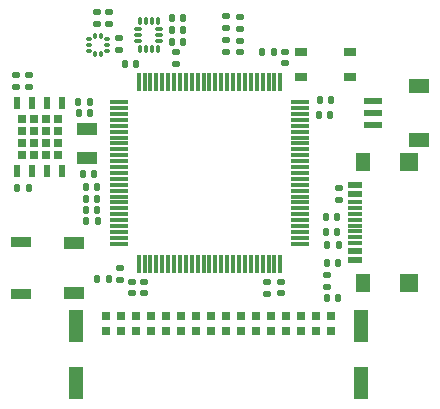
<source format=gbr>
%TF.GenerationSoftware,KiCad,Pcbnew,9.0.1*%
%TF.CreationDate,2026-02-05T11:07:33+03:00*%
%TF.ProjectId,Flybot_FC,466c7962-6f74-45f4-9643-2e6b69636164,rev?*%
%TF.SameCoordinates,Original*%
%TF.FileFunction,Paste,Top*%
%TF.FilePolarity,Positive*%
%FSLAX46Y46*%
G04 Gerber Fmt 4.6, Leading zero omitted, Abs format (unit mm)*
G04 Created by KiCad (PCBNEW 9.0.1) date 2026-02-05 11:07:33*
%MOMM*%
%LPD*%
G01*
G04 APERTURE LIST*
G04 Aperture macros list*
%AMRoundRect*
0 Rectangle with rounded corners*
0 $1 Rounding radius*
0 $2 $3 $4 $5 $6 $7 $8 $9 X,Y pos of 4 corners*
0 Add a 4 corners polygon primitive as box body*
4,1,4,$2,$3,$4,$5,$6,$7,$8,$9,$2,$3,0*
0 Add four circle primitives for the rounded corners*
1,1,$1+$1,$2,$3*
1,1,$1+$1,$4,$5*
1,1,$1+$1,$6,$7*
1,1,$1+$1,$8,$9*
0 Add four rect primitives between the rounded corners*
20,1,$1+$1,$2,$3,$4,$5,0*
20,1,$1+$1,$4,$5,$6,$7,0*
20,1,$1+$1,$6,$7,$8,$9,0*
20,1,$1+$1,$8,$9,$2,$3,0*%
G04 Aperture macros list end*
%ADD10R,1.150000X0.600000*%
%ADD11R,1.150000X0.300000*%
%ADD12R,1.250000X1.550000*%
%ADD13R,1.500000X1.550000*%
%ADD14R,1.700000X0.812800*%
%ADD15R,1.701800X0.990600*%
%ADD16R,1.200000X2.750000*%
%ADD17R,0.800000X0.800000*%
%ADD18RoundRect,0.147500X0.172500X-0.147500X0.172500X0.147500X-0.172500X0.147500X-0.172500X-0.147500X0*%
%ADD19R,1.550000X0.600000*%
%ADD20R,1.800000X1.200000*%
%ADD21RoundRect,0.135000X0.185000X-0.135000X0.185000X0.135000X-0.185000X0.135000X-0.185000X-0.135000X0*%
%ADD22RoundRect,0.140000X-0.140000X-0.170000X0.140000X-0.170000X0.140000X0.170000X-0.140000X0.170000X0*%
%ADD23RoundRect,0.140000X0.170000X-0.140000X0.170000X0.140000X-0.170000X0.140000X-0.170000X-0.140000X0*%
%ADD24RoundRect,0.147500X0.147500X0.172500X-0.147500X0.172500X-0.147500X-0.172500X0.147500X-0.172500X0*%
%ADD25RoundRect,0.140000X0.140000X0.170000X-0.140000X0.170000X-0.140000X-0.170000X0.140000X-0.170000X0*%
%ADD26RoundRect,0.135000X-0.185000X0.135000X-0.185000X-0.135000X0.185000X-0.135000X0.185000X0.135000X0*%
%ADD27R,1.050000X0.650000*%
%ADD28RoundRect,0.135000X-0.135000X-0.185000X0.135000X-0.185000X0.135000X0.185000X-0.135000X0.185000X0*%
%ADD29RoundRect,0.087500X-0.087500X0.125000X-0.087500X-0.125000X0.087500X-0.125000X0.087500X0.125000X0*%
%ADD30RoundRect,0.087500X-0.125000X0.087500X-0.125000X-0.087500X0.125000X-0.087500X0.125000X0.087500X0*%
%ADD31RoundRect,0.135000X0.135000X0.185000X-0.135000X0.185000X-0.135000X-0.185000X0.135000X-0.185000X0*%
%ADD32RoundRect,0.140000X-0.170000X0.140000X-0.170000X-0.140000X0.170000X-0.140000X0.170000X0.140000X0*%
%ADD33RoundRect,0.087500X0.087500X-0.225000X0.087500X0.225000X-0.087500X0.225000X-0.087500X-0.225000X0*%
%ADD34RoundRect,0.087500X0.225000X-0.087500X0.225000X0.087500X-0.225000X0.087500X-0.225000X-0.087500X0*%
%ADD35RoundRect,0.075000X-0.725000X-0.075000X0.725000X-0.075000X0.725000X0.075000X-0.725000X0.075000X0*%
%ADD36RoundRect,0.075000X-0.075000X-0.725000X0.075000X-0.725000X0.075000X0.725000X-0.075000X0.725000X0*%
%ADD37R,0.500000X1.100000*%
%ADD38R,1.800000X1.000000*%
%ADD39RoundRect,0.147500X-0.172500X0.147500X-0.172500X-0.147500X0.172500X-0.147500X0.172500X0.147500X0*%
G04 APERTURE END LIST*
D10*
%TO.C,J1*%
X146085000Y-100880000D03*
X146085000Y-100080000D03*
D11*
X146085000Y-98930000D03*
X146085000Y-97930000D03*
X146085000Y-97430000D03*
X146085000Y-96430000D03*
D10*
X146085000Y-94480000D03*
X146085000Y-95280000D03*
D11*
X146085000Y-95930000D03*
X146085000Y-96930000D03*
X146085000Y-98430000D03*
X146085000Y-99430000D03*
D12*
X146735000Y-102775000D03*
D13*
X150660000Y-102775000D03*
D12*
X146735000Y-92585000D03*
D13*
X150660000Y-92585000D03*
%TD*%
D14*
%TO.C,J5*%
X117760000Y-103690000D03*
X117760000Y-99289998D03*
D15*
X122266400Y-103599998D03*
X122266400Y-99400002D03*
%TD*%
D16*
%TO.C,J4*%
X122480000Y-106410000D03*
X122480000Y-111260000D03*
X146550000Y-106410000D03*
X146550000Y-111260000D03*
D17*
X144040000Y-106835000D03*
X142770000Y-106835000D03*
X141500000Y-106835000D03*
X140230000Y-106835000D03*
X138960000Y-106835000D03*
X137690000Y-106835000D03*
X136420000Y-106835000D03*
X135150000Y-106835000D03*
X133880000Y-106835000D03*
X132610000Y-106835000D03*
X131340000Y-106835000D03*
X130070000Y-106835000D03*
X128800000Y-106835000D03*
X127530000Y-106835000D03*
X126260000Y-106835000D03*
X124990000Y-106835000D03*
X144040000Y-105565000D03*
X142770000Y-105565000D03*
X141500000Y-105565000D03*
X140230000Y-105565000D03*
X138960000Y-105565000D03*
X137690000Y-105565000D03*
X136420000Y-105565000D03*
X135150000Y-105565000D03*
X133880000Y-105565000D03*
X132610000Y-105565000D03*
X131340000Y-105565000D03*
X130070000Y-105565000D03*
X128800000Y-105565000D03*
X127530000Y-105565000D03*
X126260000Y-105565000D03*
X124990000Y-105565000D03*
%TD*%
D18*
%TO.C,D2*%
X135120000Y-83202500D03*
X135120000Y-82232500D03*
%TD*%
D19*
%TO.C,J3*%
X147590000Y-89410000D03*
X147590000Y-88410000D03*
X147590000Y-87410000D03*
D20*
X151465000Y-90710000D03*
X151465000Y-86110000D03*
%TD*%
D21*
%TO.C,R2*%
X130930000Y-84270000D03*
X130930000Y-83250000D03*
%TD*%
D22*
%TO.C,C67*%
X130597500Y-82377500D03*
X131557500Y-82377500D03*
%TD*%
%TO.C,C10*%
X143700000Y-101140000D03*
X144660000Y-101140000D03*
%TD*%
D23*
%TO.C,C84*%
X118450000Y-86170000D03*
X118450000Y-85210000D03*
%TD*%
D18*
%TO.C,D3*%
X136350000Y-83265000D03*
X136350000Y-82295000D03*
%TD*%
D24*
%TO.C,D1*%
X144577500Y-97210000D03*
X143607500Y-97210000D03*
%TD*%
D25*
%TO.C,C15*%
X123640452Y-88429675D03*
X122680452Y-88429675D03*
%TD*%
D26*
%TO.C,R6*%
X135120000Y-80215000D03*
X135120000Y-81235000D03*
%TD*%
D25*
%TO.C,C6*%
X123610452Y-87449675D03*
X122650452Y-87449675D03*
%TD*%
D22*
%TO.C,C65*%
X130597500Y-80327500D03*
X131557500Y-80327500D03*
%TD*%
D27*
%TO.C,SW1*%
X145625000Y-85345000D03*
X141475000Y-85345000D03*
X145625000Y-83195000D03*
X141475000Y-83195000D03*
%TD*%
D28*
%TO.C,R1*%
X138230000Y-83230000D03*
X139250000Y-83230000D03*
%TD*%
D29*
%TO.C,U4*%
X124602500Y-81860000D03*
X124102500Y-81860000D03*
D30*
X123590000Y-82122500D03*
X123590000Y-82622500D03*
X123590000Y-83122500D03*
D29*
X124102500Y-83385000D03*
X124602500Y-83385000D03*
D30*
X125115000Y-83122500D03*
X125115000Y-82622500D03*
X125115000Y-82122500D03*
%TD*%
D25*
%TO.C,C1*%
X124300000Y-97580000D03*
X123340000Y-97580000D03*
%TD*%
D31*
%TO.C,R42*%
X118490000Y-94780000D03*
X117470000Y-94780000D03*
%TD*%
D28*
%TO.C,R32*%
X124230000Y-102480000D03*
X125250000Y-102480000D03*
%TD*%
D23*
%TO.C,C60*%
X124222500Y-80849157D03*
X124222500Y-79889157D03*
%TD*%
D32*
%TO.C,C61*%
X126122500Y-82069500D03*
X126122500Y-83029500D03*
%TD*%
D22*
%TO.C,C4*%
X143090000Y-87330000D03*
X144050000Y-87330000D03*
%TD*%
D32*
%TO.C,C2*%
X128210000Y-102720000D03*
X128210000Y-103680000D03*
%TD*%
D25*
%TO.C,C7*%
X124240000Y-94630000D03*
X123280000Y-94630000D03*
%TD*%
D22*
%TO.C,C9*%
X143720000Y-104090000D03*
X144680000Y-104090000D03*
%TD*%
D33*
%TO.C,U6*%
X127860000Y-82952500D03*
X128360000Y-82952500D03*
X128860000Y-82952500D03*
X129360000Y-82952500D03*
D34*
X129522500Y-82290000D03*
X129522500Y-81790000D03*
X129522500Y-81290000D03*
D33*
X129360000Y-80627500D03*
X128860000Y-80627500D03*
X128360000Y-80627500D03*
X127860000Y-80627500D03*
D34*
X127697500Y-81290000D03*
X127697500Y-81790000D03*
X127697500Y-82290000D03*
%TD*%
D23*
%TO.C,C85*%
X117350000Y-86170000D03*
X117350000Y-85210000D03*
%TD*%
D18*
%TO.C,L1*%
X143740000Y-103110000D03*
X143740000Y-102140000D03*
%TD*%
D31*
%TO.C,R3*%
X144720000Y-99560000D03*
X143700000Y-99560000D03*
%TD*%
D32*
%TO.C,C11*%
X140150000Y-83200000D03*
X140150000Y-84160000D03*
%TD*%
D22*
%TO.C,C18*%
X143000000Y-88560000D03*
X143960000Y-88560000D03*
%TD*%
%TO.C,C66*%
X130597500Y-81337500D03*
X131557500Y-81337500D03*
%TD*%
D25*
%TO.C,C13*%
X124250000Y-96650000D03*
X123290000Y-96650000D03*
%TD*%
D24*
%TO.C,D11*%
X144577500Y-98460000D03*
X143607500Y-98460000D03*
%TD*%
D35*
%TO.C,U1*%
X126085000Y-87475000D03*
X126085000Y-87975000D03*
X126085000Y-88475000D03*
X126085000Y-88975000D03*
X126085000Y-89475000D03*
X126085000Y-89975000D03*
X126085000Y-90475000D03*
X126085000Y-90975000D03*
X126085000Y-91475000D03*
X126085000Y-91975000D03*
X126085000Y-92475000D03*
X126085000Y-92975000D03*
X126085000Y-93475000D03*
X126085000Y-93975000D03*
X126085000Y-94475000D03*
X126085000Y-94975000D03*
X126085000Y-95475000D03*
X126085000Y-95975000D03*
X126085000Y-96475000D03*
X126085000Y-96975000D03*
X126085000Y-97475000D03*
X126085000Y-97975000D03*
X126085000Y-98475000D03*
X126085000Y-98975000D03*
X126085000Y-99475000D03*
D36*
X127760000Y-101150000D03*
X128260000Y-101150000D03*
X128760000Y-101150000D03*
X129260000Y-101150000D03*
X129760000Y-101150000D03*
X130260000Y-101150000D03*
X130760000Y-101150000D03*
X131260000Y-101150000D03*
X131760000Y-101150000D03*
X132260000Y-101150000D03*
X132760000Y-101150000D03*
X133260000Y-101150000D03*
X133760000Y-101150000D03*
X134260000Y-101150000D03*
X134760000Y-101150000D03*
X135260000Y-101150000D03*
X135760000Y-101150000D03*
X136260000Y-101150000D03*
X136760000Y-101150000D03*
X137260000Y-101150000D03*
X137760000Y-101150000D03*
X138260000Y-101150000D03*
X138760000Y-101150000D03*
X139260000Y-101150000D03*
X139760000Y-101150000D03*
D35*
X141435000Y-99475000D03*
X141435000Y-98975000D03*
X141435000Y-98475000D03*
X141435000Y-97975000D03*
X141435000Y-97475000D03*
X141435000Y-96975000D03*
X141435000Y-96475000D03*
X141435000Y-95975000D03*
X141435000Y-95475000D03*
X141435000Y-94975000D03*
X141435000Y-94475000D03*
X141435000Y-93975000D03*
X141435000Y-93475000D03*
X141435000Y-92975000D03*
X141435000Y-92475000D03*
X141435000Y-91975000D03*
X141435000Y-91475000D03*
X141435000Y-90975000D03*
X141435000Y-90475000D03*
X141435000Y-89975000D03*
X141435000Y-89475000D03*
X141435000Y-88975000D03*
X141435000Y-88475000D03*
X141435000Y-87975000D03*
X141435000Y-87475000D03*
D36*
X139760000Y-85800000D03*
X139260000Y-85800000D03*
X138760000Y-85800000D03*
X138260000Y-85800000D03*
X137760000Y-85800000D03*
X137260000Y-85800000D03*
X136760000Y-85800000D03*
X136260000Y-85800000D03*
X135760000Y-85800000D03*
X135260000Y-85800000D03*
X134760000Y-85800000D03*
X134260000Y-85800000D03*
X133760000Y-85800000D03*
X133260000Y-85800000D03*
X132760000Y-85800000D03*
X132260000Y-85800000D03*
X131760000Y-85800000D03*
X131260000Y-85800000D03*
X130760000Y-85800000D03*
X130260000Y-85800000D03*
X129760000Y-85800000D03*
X129260000Y-85800000D03*
X128760000Y-85800000D03*
X128260000Y-85800000D03*
X127760000Y-85800000D03*
%TD*%
D17*
%TO.C,U11*%
X117900000Y-91930000D03*
X118900000Y-91930000D03*
X119900000Y-91930000D03*
X120900000Y-91930000D03*
X117900000Y-90930000D03*
X118900000Y-90930000D03*
X119900000Y-90930000D03*
X120900000Y-90930000D03*
X117900000Y-89930000D03*
X118900000Y-89930000D03*
X119900000Y-89930000D03*
X120900000Y-89930000D03*
X117900000Y-88930000D03*
X118900000Y-88930000D03*
X119900000Y-88930000D03*
X120900000Y-88930000D03*
D37*
X117495000Y-93330000D03*
X118765000Y-93330000D03*
X120035000Y-93330000D03*
X121305000Y-93330000D03*
X121305000Y-87530000D03*
X120035000Y-87530000D03*
X118765000Y-87530000D03*
X117495000Y-87530000D03*
%TD*%
D25*
%TO.C,C14*%
X124000000Y-93540000D03*
X123040000Y-93540000D03*
%TD*%
D32*
%TO.C,C19*%
X138640000Y-102730000D03*
X138640000Y-103690000D03*
%TD*%
D23*
%TO.C,C59*%
X125227000Y-80849157D03*
X125227000Y-79889157D03*
%TD*%
D25*
%TO.C,C12*%
X124260000Y-95710000D03*
X123300000Y-95710000D03*
%TD*%
D32*
%TO.C,C8*%
X127220000Y-102700000D03*
X127220000Y-103660000D03*
%TD*%
D25*
%TO.C,C5*%
X127560000Y-84250000D03*
X126600000Y-84250000D03*
%TD*%
D38*
%TO.C,Y1*%
X123350000Y-92230000D03*
X123350000Y-89730000D03*
%TD*%
D26*
%TO.C,R7*%
X136350000Y-80255000D03*
X136350000Y-81275000D03*
%TD*%
D39*
%TO.C,D7*%
X126210000Y-101545000D03*
X126210000Y-102515000D03*
%TD*%
D21*
%TO.C,R4*%
X144710000Y-95750000D03*
X144710000Y-94730000D03*
%TD*%
D32*
%TO.C,C3*%
X139780000Y-102690000D03*
X139780000Y-103650000D03*
%TD*%
M02*

</source>
